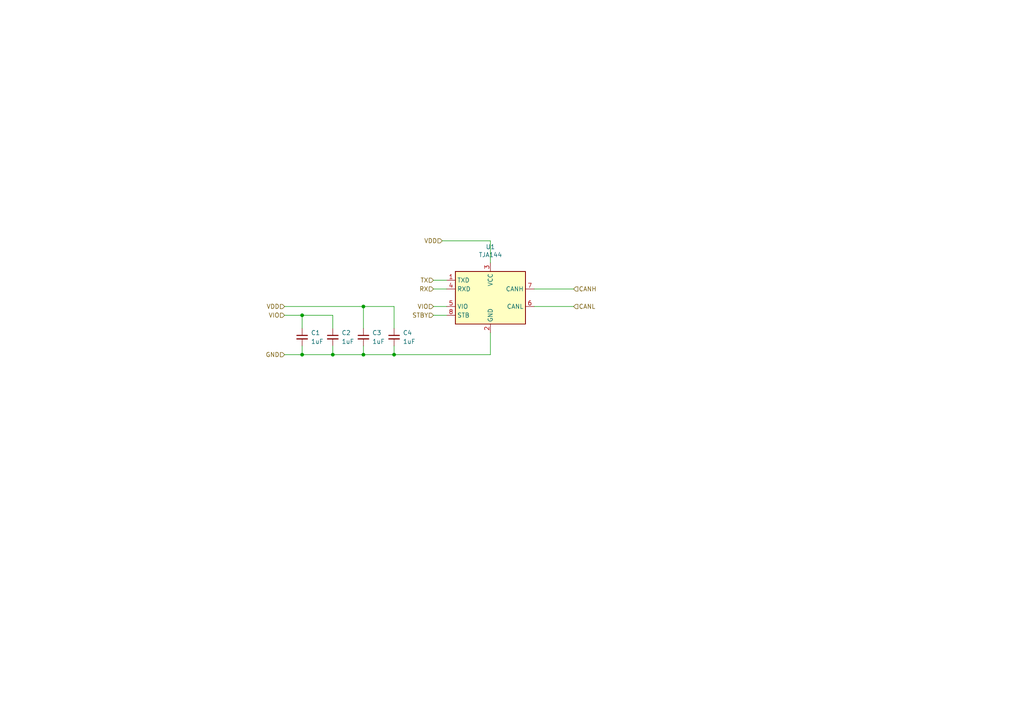
<source format=kicad_sch>
(kicad_sch (version 20230121) (generator eeschema)

  (uuid 1895faed-13c7-4877-930c-ef39a1d7419c)

  (paper "A4")

  (lib_symbols
    (symbol "Device:C_Small" (pin_numbers hide) (pin_names (offset 0.254) hide) (in_bom yes) (on_board yes)
      (property "Reference" "C" (at 0.254 1.778 0)
        (effects (font (size 1.27 1.27)) (justify left))
      )
      (property "Value" "C_Small" (at 0.254 -2.032 0)
        (effects (font (size 1.27 1.27)) (justify left))
      )
      (property "Footprint" "" (at 0 0 0)
        (effects (font (size 1.27 1.27)) hide)
      )
      (property "Datasheet" "~" (at 0 0 0)
        (effects (font (size 1.27 1.27)) hide)
      )
      (property "ki_keywords" "capacitor cap" (at 0 0 0)
        (effects (font (size 1.27 1.27)) hide)
      )
      (property "ki_description" "Unpolarized capacitor, small symbol" (at 0 0 0)
        (effects (font (size 1.27 1.27)) hide)
      )
      (property "ki_fp_filters" "C_*" (at 0 0 0)
        (effects (font (size 1.27 1.27)) hide)
      )
      (symbol "C_Small_0_1"
        (polyline
          (pts
            (xy -1.524 -0.508)
            (xy 1.524 -0.508)
          )
          (stroke (width 0.3302) (type default))
          (fill (type none))
        )
        (polyline
          (pts
            (xy -1.524 0.508)
            (xy 1.524 0.508)
          )
          (stroke (width 0.3048) (type default))
          (fill (type none))
        )
      )
      (symbol "C_Small_1_1"
        (pin passive line (at 0 2.54 270) (length 2.032)
          (name "~" (effects (font (size 1.27 1.27))))
          (number "1" (effects (font (size 1.27 1.27))))
        )
        (pin passive line (at 0 -2.54 90) (length 2.032)
          (name "~" (effects (font (size 1.27 1.27))))
          (number "2" (effects (font (size 1.27 1.27))))
        )
      )
    )
    (symbol "Interface_CAN_LIN:TJA1049T-3" (in_bom yes) (on_board yes)
      (property "Reference" "U" (at -10.16 8.89 0)
        (effects (font (size 1.27 1.27)) (justify left))
      )
      (property "Value" "TJA1049T-3" (at 1.27 8.89 0)
        (effects (font (size 1.27 1.27)) (justify left))
      )
      (property "Footprint" "Package_SO:SOIC-8_3.9x4.9mm_P1.27mm" (at 0 -12.7 0)
        (effects (font (size 1.27 1.27) italic) hide)
      )
      (property "Datasheet" "http://www.nxp.com/docs/en/data-sheet/TJA1049.pdf" (at 0 0 0)
        (effects (font (size 1.27 1.27)) hide)
      )
      (property "ki_keywords" "High-Speed CAN Transceiver" (at 0 0 0)
        (effects (font (size 1.27 1.27)) hide)
      )
      (property "ki_description" "High-Speed CAN Transceiver, separate VIO, standby mode, SOIC-8" (at 0 0 0)
        (effects (font (size 1.27 1.27)) hide)
      )
      (property "ki_fp_filters" "SOIC*3.9x4.9mm*P1.27mm*" (at 0 0 0)
        (effects (font (size 1.27 1.27)) hide)
      )
      (symbol "TJA1049T-3_0_1"
        (rectangle (start -10.16 7.62) (end 10.16 -7.62)
          (stroke (width 0.254) (type default))
          (fill (type background))
        )
      )
      (symbol "TJA1049T-3_1_1"
        (pin input line (at -12.7 5.08 0) (length 2.54)
          (name "TXD" (effects (font (size 1.27 1.27))))
          (number "1" (effects (font (size 1.27 1.27))))
        )
        (pin power_in line (at 0 -10.16 90) (length 2.54)
          (name "GND" (effects (font (size 1.27 1.27))))
          (number "2" (effects (font (size 1.27 1.27))))
        )
        (pin power_in line (at 0 10.16 270) (length 2.54)
          (name "VCC" (effects (font (size 1.27 1.27))))
          (number "3" (effects (font (size 1.27 1.27))))
        )
        (pin output line (at -12.7 2.54 0) (length 2.54)
          (name "RXD" (effects (font (size 1.27 1.27))))
          (number "4" (effects (font (size 1.27 1.27))))
        )
        (pin power_in line (at -12.7 -2.54 0) (length 2.54)
          (name "VIO" (effects (font (size 1.27 1.27))))
          (number "5" (effects (font (size 1.27 1.27))))
        )
        (pin bidirectional line (at 12.7 -2.54 180) (length 2.54)
          (name "CANL" (effects (font (size 1.27 1.27))))
          (number "6" (effects (font (size 1.27 1.27))))
        )
        (pin bidirectional line (at 12.7 2.54 180) (length 2.54)
          (name "CANH" (effects (font (size 1.27 1.27))))
          (number "7" (effects (font (size 1.27 1.27))))
        )
        (pin input line (at -12.7 -5.08 0) (length 2.54)
          (name "STB" (effects (font (size 1.27 1.27))))
          (number "8" (effects (font (size 1.27 1.27))))
        )
      )
    )
  )

  (junction (at 114.3 102.87) (diameter 0) (color 0 0 0 0)
    (uuid 0f02d7bf-4262-435c-a1b0-b9744df2300f)
  )
  (junction (at 87.63 91.44) (diameter 0) (color 0 0 0 0)
    (uuid 1f626051-ae15-4c4b-b896-1308c99b52ad)
  )
  (junction (at 105.41 102.87) (diameter 0) (color 0 0 0 0)
    (uuid 95babe01-4807-45c4-8b57-a648a236c2e3)
  )
  (junction (at 96.52 102.87) (diameter 0) (color 0 0 0 0)
    (uuid a3a9893c-812e-4738-9eae-3da471f51aab)
  )
  (junction (at 87.63 102.87) (diameter 0) (color 0 0 0 0)
    (uuid a99ec9b1-ca4f-4f71-89a1-a61ccc6c950d)
  )
  (junction (at 105.41 88.9) (diameter 0) (color 0 0 0 0)
    (uuid f2ddacee-8304-45d1-875a-29bf6397763d)
  )

  (wire (pts (xy 96.52 91.44) (xy 96.52 95.25))
    (stroke (width 0) (type default))
    (uuid 017c15ab-33e4-4db3-9b19-2583a98d38a1)
  )
  (wire (pts (xy 142.24 102.87) (xy 142.24 96.52))
    (stroke (width 0) (type default))
    (uuid 01a5377c-d232-4297-89cd-a90fd30a8e65)
  )
  (wire (pts (xy 154.94 88.9) (xy 166.37 88.9))
    (stroke (width 0) (type default))
    (uuid 0439c13c-44ca-40ed-9fa5-c14074e3b9c1)
  )
  (wire (pts (xy 114.3 95.25) (xy 114.3 88.9))
    (stroke (width 0) (type default))
    (uuid 2512fd31-0d65-4c33-b6f1-74edbdb5dec9)
  )
  (wire (pts (xy 82.55 91.44) (xy 87.63 91.44))
    (stroke (width 0) (type default))
    (uuid 34e739a3-0909-4da8-b4be-c36b432579d2)
  )
  (wire (pts (xy 125.73 81.28) (xy 129.54 81.28))
    (stroke (width 0) (type default))
    (uuid 384b7f0b-ea94-4454-a79c-361935601acf)
  )
  (wire (pts (xy 114.3 100.33) (xy 114.3 102.87))
    (stroke (width 0) (type default))
    (uuid 4f49c4f7-30d0-414e-b075-a0df98d670a8)
  )
  (wire (pts (xy 87.63 102.87) (xy 96.52 102.87))
    (stroke (width 0) (type default))
    (uuid 728e88b6-35c7-404a-a217-7dd3c5e84e6e)
  )
  (wire (pts (xy 125.73 88.9) (xy 129.54 88.9))
    (stroke (width 0) (type default))
    (uuid 73bab39a-6381-4b3c-a499-c468372086c6)
  )
  (wire (pts (xy 82.55 88.9) (xy 105.41 88.9))
    (stroke (width 0) (type default))
    (uuid 78e8b183-58b9-4143-bab5-dad8f9a38e44)
  )
  (wire (pts (xy 154.94 83.82) (xy 166.37 83.82))
    (stroke (width 0) (type default))
    (uuid 7a8370f9-04bb-4499-811a-37d1cd837822)
  )
  (wire (pts (xy 105.41 102.87) (xy 114.3 102.87))
    (stroke (width 0) (type default))
    (uuid 83371aaf-db85-4644-87a7-002309712ae4)
  )
  (wire (pts (xy 96.52 102.87) (xy 105.41 102.87))
    (stroke (width 0) (type default))
    (uuid 86a6f925-67b7-48fe-988a-729ca7acce33)
  )
  (wire (pts (xy 114.3 102.87) (xy 142.24 102.87))
    (stroke (width 0) (type default))
    (uuid 88be51eb-0593-433d-a7f9-010c6e86e970)
  )
  (wire (pts (xy 125.73 91.44) (xy 129.54 91.44))
    (stroke (width 0) (type default))
    (uuid 8b9c2cd8-c650-40cd-8608-7f8dd3c01230)
  )
  (wire (pts (xy 105.41 100.33) (xy 105.41 102.87))
    (stroke (width 0) (type default))
    (uuid a4d61805-6e02-4285-af3a-98e2fdab0524)
  )
  (wire (pts (xy 114.3 88.9) (xy 105.41 88.9))
    (stroke (width 0) (type default))
    (uuid b447b13d-dbc5-4b4b-8ff7-8a87e593171b)
  )
  (wire (pts (xy 82.55 102.87) (xy 87.63 102.87))
    (stroke (width 0) (type default))
    (uuid b66cfce6-e20e-47a6-b6cb-e3138fa44ae1)
  )
  (wire (pts (xy 87.63 100.33) (xy 87.63 102.87))
    (stroke (width 0) (type default))
    (uuid c09daa58-be4b-49fb-821a-d85cd3f1ed2b)
  )
  (wire (pts (xy 96.52 100.33) (xy 96.52 102.87))
    (stroke (width 0) (type default))
    (uuid c4e4ade5-a236-4404-b0e8-6d4deb8cb38f)
  )
  (wire (pts (xy 87.63 91.44) (xy 87.63 95.25))
    (stroke (width 0) (type default))
    (uuid cbb33a08-e6c6-4e6e-9daa-453a399f614b)
  )
  (wire (pts (xy 142.24 69.85) (xy 142.24 76.2))
    (stroke (width 0) (type default))
    (uuid eeb84477-7b47-4146-b5c4-e541ab1e4fb8)
  )
  (wire (pts (xy 125.73 83.82) (xy 129.54 83.82))
    (stroke (width 0) (type default))
    (uuid eedf5687-971d-4bd6-aae1-0acdfb60664a)
  )
  (wire (pts (xy 87.63 91.44) (xy 96.52 91.44))
    (stroke (width 0) (type default))
    (uuid f88baa78-19a0-4cbe-bb8e-d2fb281487ce)
  )
  (wire (pts (xy 128.27 69.85) (xy 142.24 69.85))
    (stroke (width 0) (type default))
    (uuid f9be2ca7-00a1-4b09-a8bf-363be9d9d8a2)
  )
  (wire (pts (xy 105.41 95.25) (xy 105.41 88.9))
    (stroke (width 0) (type default))
    (uuid fcc26240-4f3b-4d7d-8568-034854ed3537)
  )

  (hierarchical_label "VDD" (shape input) (at 82.55 88.9 180) (fields_autoplaced)
    (effects (font (size 1.27 1.27)) (justify right))
    (uuid 06d27ce7-e62f-47ba-afe9-b55863d5bbda)
  )
  (hierarchical_label "GND" (shape input) (at 82.55 102.87 180) (fields_autoplaced)
    (effects (font (size 1.27 1.27)) (justify right))
    (uuid 3a157695-9c71-4123-9d47-e9f157bde643)
  )
  (hierarchical_label "CANL" (shape input) (at 166.37 88.9 0) (fields_autoplaced)
    (effects (font (size 1.27 1.27)) (justify left))
    (uuid 3c4ff77e-2d67-4af9-9fe4-a1e89bb6fee6)
  )
  (hierarchical_label "RX" (shape input) (at 125.73 83.82 180) (fields_autoplaced)
    (effects (font (size 1.27 1.27)) (justify right))
    (uuid 502d2d21-f032-453f-b5b9-9903a4d24284)
  )
  (hierarchical_label "VIO" (shape input) (at 82.55 91.44 180) (fields_autoplaced)
    (effects (font (size 1.27 1.27)) (justify right))
    (uuid 5bd20368-4c89-4ea8-9501-c782e01617a9)
  )
  (hierarchical_label "VDD" (shape input) (at 128.27 69.85 180) (fields_autoplaced)
    (effects (font (size 1.27 1.27)) (justify right))
    (uuid 6ae61303-3a89-4c84-8acf-6181d32a6c11)
  )
  (hierarchical_label "STBY" (shape input) (at 125.73 91.44 180) (fields_autoplaced)
    (effects (font (size 1.27 1.27)) (justify right))
    (uuid 6ef307db-9428-4fdc-9988-59aa76bd84b3)
  )
  (hierarchical_label "VIO" (shape input) (at 125.73 88.9 180) (fields_autoplaced)
    (effects (font (size 1.27 1.27)) (justify right))
    (uuid 90a5731d-e106-455e-b173-90a88376019b)
  )
  (hierarchical_label "CANH" (shape input) (at 166.37 83.82 0) (fields_autoplaced)
    (effects (font (size 1.27 1.27)) (justify left))
    (uuid a392bd14-80ef-4ddf-8788-d6aa8fe066a8)
  )
  (hierarchical_label "TX" (shape input) (at 125.73 81.28 180) (fields_autoplaced)
    (effects (font (size 1.27 1.27)) (justify right))
    (uuid d4528259-1059-4e69-b54e-a3b462f6e32a)
  )

  (symbol (lib_id "Interface_CAN_LIN:TJA1049T-3") (at 142.24 86.36 0) (unit 1)
    (in_bom yes) (on_board yes) (dnp no)
    (uuid 49dca1a8-825f-4e45-8fbe-5d434dbb4b6b)
    (property "Reference" "U1" (at 142.24 71.6026 0)
      (effects (font (size 1.27 1.27)))
    )
    (property "Value" "TJA144" (at 142.24 73.914 0)
      (effects (font (size 1.27 1.27)))
    )
    (property "Footprint" "Package_SO:SOIC-8_3.9x4.9mm_P1.27mm" (at 142.24 99.06 0)
      (effects (font (size 1.27 1.27) italic) hide)
    )
    (property "Datasheet" "http://www.nxp.com/docs/en/data-sheet/TJA1049.pdf" (at 142.24 86.36 0)
      (effects (font (size 1.27 1.27)) hide)
    )
    (property "MPN" "TJA1441AT/0Z" (at 142.24 86.36 0)
      (effects (font (size 1.27 1.27)) hide)
    )
    (property "lcsc" "C961486" (at 142.24 86.36 0)
      (effects (font (size 1.27 1.27)) hide)
    )
    (pin "1" (uuid c15f0fdd-9dd7-4e8e-bcd1-b935ae823ce4))
    (pin "2" (uuid b4126642-39f1-4cda-96f6-aff141e3fae9))
    (pin "3" (uuid 71e85621-2ffa-4aa4-ab03-30605354f974))
    (pin "4" (uuid 560df673-ef81-4f4f-9637-0378c9012a2f))
    (pin "5" (uuid d8f0aad1-d3ad-4149-82dd-d467add74b17))
    (pin "6" (uuid 59f6c362-ba19-4b54-a2ce-ac204d81fd96))
    (pin "7" (uuid dd8d2ebd-efaa-4a5b-b154-20b6a2eee7f8))
    (pin "8" (uuid d3d1f617-2e74-44f2-9c35-43c78063efd6))
    (instances
      (project "board"
        (path "/57732dd3-1162-4c3f-88bd-31bf473d124d/767ce4c6-0e55-4543-92f0-34cb8237a544"
          (reference "U1") (unit 1)
        )
      )
    )
  )

  (symbol (lib_id "Device:C_Small") (at 96.52 97.79 0) (unit 1)
    (in_bom yes) (on_board yes) (dnp no) (fields_autoplaced)
    (uuid 5c4f67fa-cbed-4638-b9ea-fb50df07e49a)
    (property "Reference" "C2" (at 99.06 96.5262 0)
      (effects (font (size 1.27 1.27)) (justify left))
    )
    (property "Value" "1uF" (at 99.06 99.0662 0)
      (effects (font (size 1.27 1.27)) (justify left))
    )
    (property "Footprint" "Capacitor_SMD:C_0603_1608Metric" (at 96.52 97.79 0)
      (effects (font (size 1.27 1.27)) hide)
    )
    (property "Datasheet" "~" (at 96.52 97.79 0)
      (effects (font (size 1.27 1.27)) hide)
    )
    (property "lcsc" "C15849" (at 96.52 97.79 0)
      (effects (font (size 1.27 1.27)) hide)
    )
    (pin "1" (uuid ba1b3425-502e-42c2-bff7-6ee399d6e8b3))
    (pin "2" (uuid 65f4e95c-7817-41e0-b8f1-bca27ef95244))
    (instances
      (project "board"
        (path "/57732dd3-1162-4c3f-88bd-31bf473d124d/767ce4c6-0e55-4543-92f0-34cb8237a544"
          (reference "C2") (unit 1)
        )
      )
    )
  )

  (symbol (lib_id "Device:C_Small") (at 105.41 97.79 0) (unit 1)
    (in_bom yes) (on_board yes) (dnp no) (fields_autoplaced)
    (uuid 78ca576f-6efe-440b-9485-cf01fbcb7180)
    (property "Reference" "C3" (at 107.95 96.5262 0)
      (effects (font (size 1.27 1.27)) (justify left))
    )
    (property "Value" "1uF" (at 107.95 99.0662 0)
      (effects (font (size 1.27 1.27)) (justify left))
    )
    (property "Footprint" "Capacitor_SMD:C_0603_1608Metric" (at 105.41 97.79 0)
      (effects (font (size 1.27 1.27)) hide)
    )
    (property "Datasheet" "~" (at 105.41 97.79 0)
      (effects (font (size 1.27 1.27)) hide)
    )
    (property "lcsc" "C15849" (at 105.41 97.79 0)
      (effects (font (size 1.27 1.27)) hide)
    )
    (pin "1" (uuid 83e1bfcc-a80d-4770-86de-735eb3d97c09))
    (pin "2" (uuid fba1ba02-0fb1-4e91-a66c-0cd5188527e0))
    (instances
      (project "board"
        (path "/57732dd3-1162-4c3f-88bd-31bf473d124d/767ce4c6-0e55-4543-92f0-34cb8237a544"
          (reference "C3") (unit 1)
        )
      )
    )
  )

  (symbol (lib_id "Device:C_Small") (at 87.63 97.79 0) (unit 1)
    (in_bom yes) (on_board yes) (dnp no) (fields_autoplaced)
    (uuid 8334e961-2b14-4d2f-9b96-2fa9d1a1a108)
    (property "Reference" "C1" (at 90.17 96.5262 0)
      (effects (font (size 1.27 1.27)) (justify left))
    )
    (property "Value" "1uF" (at 90.17 99.0662 0)
      (effects (font (size 1.27 1.27)) (justify left))
    )
    (property "Footprint" "Capacitor_SMD:C_0603_1608Metric" (at 87.63 97.79 0)
      (effects (font (size 1.27 1.27)) hide)
    )
    (property "Datasheet" "~" (at 87.63 97.79 0)
      (effects (font (size 1.27 1.27)) hide)
    )
    (property "lcsc" "C15849" (at 87.63 97.79 0)
      (effects (font (size 1.27 1.27)) hide)
    )
    (pin "1" (uuid 6406af4b-fff3-4206-b547-ff7d61d74d97))
    (pin "2" (uuid d90cc8e1-9479-4158-98be-d437b5a83f48))
    (instances
      (project "board"
        (path "/57732dd3-1162-4c3f-88bd-31bf473d124d/767ce4c6-0e55-4543-92f0-34cb8237a544"
          (reference "C1") (unit 1)
        )
      )
    )
  )

  (symbol (lib_id "Device:C_Small") (at 114.3 97.79 0) (unit 1)
    (in_bom yes) (on_board yes) (dnp no) (fields_autoplaced)
    (uuid c6cfaf97-5b1a-4835-8198-48ec12c16e1d)
    (property "Reference" "C4" (at 116.84 96.5262 0)
      (effects (font (size 1.27 1.27)) (justify left))
    )
    (property "Value" "1uF" (at 116.84 99.0662 0)
      (effects (font (size 1.27 1.27)) (justify left))
    )
    (property "Footprint" "Capacitor_SMD:C_0603_1608Metric" (at 114.3 97.79 0)
      (effects (font (size 1.27 1.27)) hide)
    )
    (property "Datasheet" "~" (at 114.3 97.79 0)
      (effects (font (size 1.27 1.27)) hide)
    )
    (property "lcsc" "C15849" (at 114.3 97.79 0)
      (effects (font (size 1.27 1.27)) hide)
    )
    (pin "1" (uuid c59cf600-324a-49bc-88a8-519419c5fec8))
    (pin "2" (uuid 0b7b8973-1fcd-4854-bfc2-1609bee8f2f4))
    (instances
      (project "board"
        (path "/57732dd3-1162-4c3f-88bd-31bf473d124d/767ce4c6-0e55-4543-92f0-34cb8237a544"
          (reference "C4") (unit 1)
        )
      )
    )
  )
)

</source>
